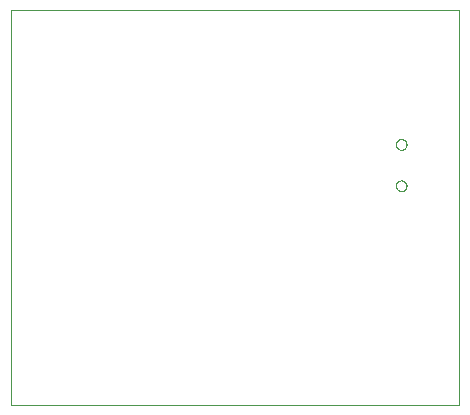
<source format=gbp>
G75*
%MOIN*%
%OFA0B0*%
%FSLAX25Y25*%
%IPPOS*%
%LPD*%
%AMOC8*
5,1,8,0,0,1.08239X$1,22.5*
%
%ADD10C,0.00000*%
D10*
X0030000Y0001800D02*
X0030000Y0133650D01*
X0179350Y0133650D01*
X0179350Y0001800D01*
X0030000Y0001800D01*
X0158228Y0074910D02*
X0158230Y0074994D01*
X0158236Y0075077D01*
X0158246Y0075160D01*
X0158260Y0075243D01*
X0158277Y0075325D01*
X0158299Y0075406D01*
X0158324Y0075485D01*
X0158353Y0075564D01*
X0158386Y0075641D01*
X0158422Y0075716D01*
X0158462Y0075790D01*
X0158505Y0075862D01*
X0158552Y0075931D01*
X0158602Y0075998D01*
X0158655Y0076063D01*
X0158711Y0076125D01*
X0158769Y0076185D01*
X0158831Y0076242D01*
X0158895Y0076295D01*
X0158962Y0076346D01*
X0159031Y0076393D01*
X0159102Y0076438D01*
X0159175Y0076478D01*
X0159250Y0076515D01*
X0159327Y0076549D01*
X0159405Y0076579D01*
X0159484Y0076605D01*
X0159565Y0076628D01*
X0159647Y0076646D01*
X0159729Y0076661D01*
X0159812Y0076672D01*
X0159895Y0076679D01*
X0159979Y0076682D01*
X0160063Y0076681D01*
X0160146Y0076676D01*
X0160230Y0076667D01*
X0160312Y0076654D01*
X0160394Y0076638D01*
X0160475Y0076617D01*
X0160556Y0076593D01*
X0160634Y0076565D01*
X0160712Y0076533D01*
X0160788Y0076497D01*
X0160862Y0076458D01*
X0160934Y0076416D01*
X0161004Y0076370D01*
X0161072Y0076321D01*
X0161137Y0076269D01*
X0161200Y0076214D01*
X0161260Y0076156D01*
X0161318Y0076095D01*
X0161372Y0076031D01*
X0161424Y0075965D01*
X0161472Y0075897D01*
X0161517Y0075826D01*
X0161558Y0075753D01*
X0161597Y0075679D01*
X0161631Y0075603D01*
X0161662Y0075525D01*
X0161689Y0075446D01*
X0161713Y0075365D01*
X0161732Y0075284D01*
X0161748Y0075202D01*
X0161760Y0075119D01*
X0161768Y0075035D01*
X0161772Y0074952D01*
X0161772Y0074868D01*
X0161768Y0074785D01*
X0161760Y0074701D01*
X0161748Y0074618D01*
X0161732Y0074536D01*
X0161713Y0074455D01*
X0161689Y0074374D01*
X0161662Y0074295D01*
X0161631Y0074217D01*
X0161597Y0074141D01*
X0161558Y0074067D01*
X0161517Y0073994D01*
X0161472Y0073923D01*
X0161424Y0073855D01*
X0161372Y0073789D01*
X0161318Y0073725D01*
X0161260Y0073664D01*
X0161200Y0073606D01*
X0161137Y0073551D01*
X0161072Y0073499D01*
X0161004Y0073450D01*
X0160934Y0073404D01*
X0160862Y0073362D01*
X0160788Y0073323D01*
X0160712Y0073287D01*
X0160634Y0073255D01*
X0160556Y0073227D01*
X0160475Y0073203D01*
X0160394Y0073182D01*
X0160312Y0073166D01*
X0160230Y0073153D01*
X0160146Y0073144D01*
X0160063Y0073139D01*
X0159979Y0073138D01*
X0159895Y0073141D01*
X0159812Y0073148D01*
X0159729Y0073159D01*
X0159647Y0073174D01*
X0159565Y0073192D01*
X0159484Y0073215D01*
X0159405Y0073241D01*
X0159327Y0073271D01*
X0159250Y0073305D01*
X0159175Y0073342D01*
X0159102Y0073382D01*
X0159031Y0073427D01*
X0158962Y0073474D01*
X0158895Y0073525D01*
X0158831Y0073578D01*
X0158769Y0073635D01*
X0158711Y0073695D01*
X0158655Y0073757D01*
X0158602Y0073822D01*
X0158552Y0073889D01*
X0158505Y0073958D01*
X0158462Y0074030D01*
X0158422Y0074104D01*
X0158386Y0074179D01*
X0158353Y0074256D01*
X0158324Y0074335D01*
X0158299Y0074414D01*
X0158277Y0074495D01*
X0158260Y0074577D01*
X0158246Y0074660D01*
X0158236Y0074743D01*
X0158230Y0074826D01*
X0158228Y0074910D01*
X0158228Y0088690D02*
X0158230Y0088774D01*
X0158236Y0088857D01*
X0158246Y0088940D01*
X0158260Y0089023D01*
X0158277Y0089105D01*
X0158299Y0089186D01*
X0158324Y0089265D01*
X0158353Y0089344D01*
X0158386Y0089421D01*
X0158422Y0089496D01*
X0158462Y0089570D01*
X0158505Y0089642D01*
X0158552Y0089711D01*
X0158602Y0089778D01*
X0158655Y0089843D01*
X0158711Y0089905D01*
X0158769Y0089965D01*
X0158831Y0090022D01*
X0158895Y0090075D01*
X0158962Y0090126D01*
X0159031Y0090173D01*
X0159102Y0090218D01*
X0159175Y0090258D01*
X0159250Y0090295D01*
X0159327Y0090329D01*
X0159405Y0090359D01*
X0159484Y0090385D01*
X0159565Y0090408D01*
X0159647Y0090426D01*
X0159729Y0090441D01*
X0159812Y0090452D01*
X0159895Y0090459D01*
X0159979Y0090462D01*
X0160063Y0090461D01*
X0160146Y0090456D01*
X0160230Y0090447D01*
X0160312Y0090434D01*
X0160394Y0090418D01*
X0160475Y0090397D01*
X0160556Y0090373D01*
X0160634Y0090345D01*
X0160712Y0090313D01*
X0160788Y0090277D01*
X0160862Y0090238D01*
X0160934Y0090196D01*
X0161004Y0090150D01*
X0161072Y0090101D01*
X0161137Y0090049D01*
X0161200Y0089994D01*
X0161260Y0089936D01*
X0161318Y0089875D01*
X0161372Y0089811D01*
X0161424Y0089745D01*
X0161472Y0089677D01*
X0161517Y0089606D01*
X0161558Y0089533D01*
X0161597Y0089459D01*
X0161631Y0089383D01*
X0161662Y0089305D01*
X0161689Y0089226D01*
X0161713Y0089145D01*
X0161732Y0089064D01*
X0161748Y0088982D01*
X0161760Y0088899D01*
X0161768Y0088815D01*
X0161772Y0088732D01*
X0161772Y0088648D01*
X0161768Y0088565D01*
X0161760Y0088481D01*
X0161748Y0088398D01*
X0161732Y0088316D01*
X0161713Y0088235D01*
X0161689Y0088154D01*
X0161662Y0088075D01*
X0161631Y0087997D01*
X0161597Y0087921D01*
X0161558Y0087847D01*
X0161517Y0087774D01*
X0161472Y0087703D01*
X0161424Y0087635D01*
X0161372Y0087569D01*
X0161318Y0087505D01*
X0161260Y0087444D01*
X0161200Y0087386D01*
X0161137Y0087331D01*
X0161072Y0087279D01*
X0161004Y0087230D01*
X0160934Y0087184D01*
X0160862Y0087142D01*
X0160788Y0087103D01*
X0160712Y0087067D01*
X0160634Y0087035D01*
X0160556Y0087007D01*
X0160475Y0086983D01*
X0160394Y0086962D01*
X0160312Y0086946D01*
X0160230Y0086933D01*
X0160146Y0086924D01*
X0160063Y0086919D01*
X0159979Y0086918D01*
X0159895Y0086921D01*
X0159812Y0086928D01*
X0159729Y0086939D01*
X0159647Y0086954D01*
X0159565Y0086972D01*
X0159484Y0086995D01*
X0159405Y0087021D01*
X0159327Y0087051D01*
X0159250Y0087085D01*
X0159175Y0087122D01*
X0159102Y0087162D01*
X0159031Y0087207D01*
X0158962Y0087254D01*
X0158895Y0087305D01*
X0158831Y0087358D01*
X0158769Y0087415D01*
X0158711Y0087475D01*
X0158655Y0087537D01*
X0158602Y0087602D01*
X0158552Y0087669D01*
X0158505Y0087738D01*
X0158462Y0087810D01*
X0158422Y0087884D01*
X0158386Y0087959D01*
X0158353Y0088036D01*
X0158324Y0088115D01*
X0158299Y0088194D01*
X0158277Y0088275D01*
X0158260Y0088357D01*
X0158246Y0088440D01*
X0158236Y0088523D01*
X0158230Y0088606D01*
X0158228Y0088690D01*
M02*

</source>
